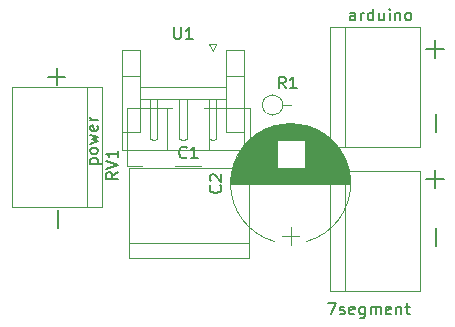
<source format=gto>
G04 #@! TF.GenerationSoftware,KiCad,Pcbnew,(5.1.4)-1*
G04 #@! TF.CreationDate,2019-08-31T10:18:48-07:00*
G04 #@! TF.ProjectId,regulator_clock,72656775-6c61-4746-9f72-5f636c6f636b,rev?*
G04 #@! TF.SameCoordinates,Original*
G04 #@! TF.FileFunction,Legend,Top*
G04 #@! TF.FilePolarity,Positive*
%FSLAX46Y46*%
G04 Gerber Fmt 4.6, Leading zero omitted, Abs format (unit mm)*
G04 Created by KiCad (PCBNEW (5.1.4)-1) date 2019-08-31 10:18:48*
%MOMM*%
%LPD*%
G04 APERTURE LIST*
%ADD10C,0.150000*%
%ADD11C,0.120000*%
G04 APERTURE END LIST*
D10*
X121046857Y-90169904D02*
X121046857Y-88646095D01*
X120142095Y-84470857D02*
X121665904Y-84470857D01*
X120904000Y-85232761D02*
X120904000Y-83708952D01*
X121046857Y-80517904D02*
X121046857Y-78994095D01*
X121665904Y-73517142D02*
X120142095Y-73517142D01*
X120904000Y-72755238D02*
X120904000Y-74279047D01*
X89042857Y-88645904D02*
X89042857Y-87122095D01*
X88214285Y-75820571D02*
X89585714Y-75820571D01*
X88900000Y-76506285D02*
X88900000Y-75134857D01*
D11*
X101808000Y-73084000D02*
X102108000Y-73684000D01*
X102408000Y-73084000D02*
X101808000Y-73084000D01*
X102108000Y-73684000D02*
X102408000Y-73084000D01*
X96788000Y-77684000D02*
X97108000Y-77684000D01*
X96788000Y-81104000D02*
X96788000Y-77684000D01*
X97108000Y-81184000D02*
X96788000Y-81104000D01*
X97428000Y-81104000D02*
X97108000Y-81184000D01*
X97428000Y-77684000D02*
X97428000Y-81104000D01*
X97108000Y-77684000D02*
X97428000Y-77684000D01*
X99288000Y-77684000D02*
X99608000Y-77684000D01*
X99288000Y-81104000D02*
X99288000Y-77684000D01*
X99608000Y-81184000D02*
X99288000Y-81104000D01*
X99928000Y-81104000D02*
X99608000Y-81184000D01*
X99928000Y-77684000D02*
X99928000Y-81104000D01*
X99608000Y-77684000D02*
X99928000Y-77684000D01*
X101788000Y-77684000D02*
X102108000Y-77684000D01*
X101788000Y-81104000D02*
X101788000Y-77684000D01*
X102108000Y-81184000D02*
X101788000Y-81104000D01*
X102428000Y-81104000D02*
X102108000Y-81184000D01*
X102428000Y-77684000D02*
X102428000Y-81104000D01*
X102108000Y-77684000D02*
X102428000Y-77684000D01*
X103258000Y-76684000D02*
X95958000Y-76684000D01*
X103258000Y-77684000D02*
X95958000Y-77684000D01*
X95958000Y-75734000D02*
X94458000Y-75734000D01*
X95958000Y-80534000D02*
X95958000Y-75734000D01*
X94458000Y-80534000D02*
X95958000Y-80534000D01*
X103258000Y-75734000D02*
X104758000Y-75734000D01*
X103258000Y-80534000D02*
X103258000Y-75734000D01*
X104758000Y-80534000D02*
X103258000Y-80534000D01*
X95958000Y-73534000D02*
X95958000Y-75734000D01*
X94458000Y-73534000D02*
X95958000Y-73534000D01*
X94458000Y-82034000D02*
X94458000Y-73534000D01*
X104758000Y-82034000D02*
X94458000Y-82034000D01*
X104758000Y-73534000D02*
X104758000Y-82034000D01*
X103258000Y-73534000D02*
X104758000Y-73534000D01*
X103258000Y-75734000D02*
X103258000Y-73534000D01*
X105156000Y-89916000D02*
X94996000Y-89916000D01*
X105156000Y-91186000D02*
X105156000Y-83566000D01*
X105156000Y-83566000D02*
X94996000Y-83566000D01*
X94996000Y-83566000D02*
X94996000Y-91186000D01*
X94996000Y-91186000D02*
X105156000Y-91186000D01*
X107962000Y-89326000D02*
X109462000Y-89326000D01*
X108712000Y-90076000D02*
X108712000Y-88576000D01*
X108433000Y-79795000D02*
X108991000Y-79795000D01*
X108040000Y-79835000D02*
X109384000Y-79835000D01*
X107799000Y-79875000D02*
X109625000Y-79875000D01*
X107608000Y-79915000D02*
X109816000Y-79915000D01*
X107447000Y-79955000D02*
X109977000Y-79955000D01*
X107305000Y-79995000D02*
X110119000Y-79995000D01*
X107176000Y-80035000D02*
X110248000Y-80035000D01*
X107058000Y-80075000D02*
X110366000Y-80075000D01*
X106949000Y-80115000D02*
X110475000Y-80115000D01*
X106846000Y-80155000D02*
X110578000Y-80155000D01*
X106750000Y-80195000D02*
X110674000Y-80195000D01*
X106659000Y-80235000D02*
X110765000Y-80235000D01*
X106572000Y-80275000D02*
X110852000Y-80275000D01*
X106490000Y-80315000D02*
X110934000Y-80315000D01*
X106411000Y-80355000D02*
X111013000Y-80355000D01*
X106335000Y-80395000D02*
X111089000Y-80395000D01*
X106263000Y-80435000D02*
X111161000Y-80435000D01*
X106193000Y-80475000D02*
X111231000Y-80475000D01*
X106125000Y-80515000D02*
X111299000Y-80515000D01*
X106060000Y-80555000D02*
X111364000Y-80555000D01*
X105997000Y-80595000D02*
X111427000Y-80595000D01*
X105935000Y-80635000D02*
X111489000Y-80635000D01*
X105876000Y-80675000D02*
X111548000Y-80675000D01*
X105818000Y-80715000D02*
X111606000Y-80715000D01*
X105763000Y-80755000D02*
X111661000Y-80755000D01*
X105708000Y-80795000D02*
X111716000Y-80795000D01*
X105655000Y-80835000D02*
X111769000Y-80835000D01*
X105604000Y-80875000D02*
X111820000Y-80875000D01*
X105554000Y-80915000D02*
X111870000Y-80915000D01*
X105505000Y-80955000D02*
X111919000Y-80955000D01*
X105457000Y-80995000D02*
X111967000Y-80995000D01*
X105410000Y-81035000D02*
X112014000Y-81035000D01*
X105365000Y-81075000D02*
X112059000Y-81075000D01*
X105321000Y-81115000D02*
X112103000Y-81115000D01*
X105277000Y-81155000D02*
X112147000Y-81155000D01*
X105235000Y-81195000D02*
X112189000Y-81195000D01*
X109893000Y-81235000D02*
X112230000Y-81235000D01*
X105194000Y-81235000D02*
X107531000Y-81235000D01*
X109893000Y-81275000D02*
X112271000Y-81275000D01*
X105153000Y-81275000D02*
X107531000Y-81275000D01*
X109893000Y-81315000D02*
X112310000Y-81315000D01*
X105114000Y-81315000D02*
X107531000Y-81315000D01*
X109893000Y-81355000D02*
X112349000Y-81355000D01*
X105075000Y-81355000D02*
X107531000Y-81355000D01*
X109893000Y-81395000D02*
X112387000Y-81395000D01*
X105037000Y-81395000D02*
X107531000Y-81395000D01*
X109893000Y-81435000D02*
X112424000Y-81435000D01*
X105000000Y-81435000D02*
X107531000Y-81435000D01*
X109893000Y-81475000D02*
X112460000Y-81475000D01*
X104964000Y-81475000D02*
X107531000Y-81475000D01*
X109893000Y-81515000D02*
X112496000Y-81515000D01*
X104928000Y-81515000D02*
X107531000Y-81515000D01*
X109893000Y-81555000D02*
X112531000Y-81555000D01*
X104893000Y-81555000D02*
X107531000Y-81555000D01*
X109893000Y-81595000D02*
X112565000Y-81595000D01*
X104859000Y-81595000D02*
X107531000Y-81595000D01*
X109893000Y-81635000D02*
X112598000Y-81635000D01*
X104826000Y-81635000D02*
X107531000Y-81635000D01*
X109893000Y-81675000D02*
X112631000Y-81675000D01*
X104793000Y-81675000D02*
X107531000Y-81675000D01*
X109893000Y-81715000D02*
X112663000Y-81715000D01*
X104761000Y-81715000D02*
X107531000Y-81715000D01*
X109893000Y-81755000D02*
X112694000Y-81755000D01*
X104730000Y-81755000D02*
X107531000Y-81755000D01*
X109893000Y-81795000D02*
X112725000Y-81795000D01*
X104699000Y-81795000D02*
X107531000Y-81795000D01*
X109893000Y-81835000D02*
X112755000Y-81835000D01*
X104669000Y-81835000D02*
X107531000Y-81835000D01*
X109893000Y-81875000D02*
X112784000Y-81875000D01*
X104640000Y-81875000D02*
X107531000Y-81875000D01*
X109893000Y-81915000D02*
X112813000Y-81915000D01*
X104611000Y-81915000D02*
X107531000Y-81915000D01*
X109893000Y-81955000D02*
X112842000Y-81955000D01*
X104582000Y-81955000D02*
X107531000Y-81955000D01*
X109893000Y-81995000D02*
X112869000Y-81995000D01*
X104555000Y-81995000D02*
X107531000Y-81995000D01*
X109893000Y-82035000D02*
X112897000Y-82035000D01*
X104527000Y-82035000D02*
X107531000Y-82035000D01*
X109893000Y-82075000D02*
X112923000Y-82075000D01*
X104501000Y-82075000D02*
X107531000Y-82075000D01*
X109893000Y-82115000D02*
X112949000Y-82115000D01*
X104475000Y-82115000D02*
X107531000Y-82115000D01*
X109893000Y-82155000D02*
X112975000Y-82155000D01*
X104449000Y-82155000D02*
X107531000Y-82155000D01*
X109893000Y-82195000D02*
X113000000Y-82195000D01*
X104424000Y-82195000D02*
X107531000Y-82195000D01*
X109893000Y-82235000D02*
X113024000Y-82235000D01*
X104400000Y-82235000D02*
X107531000Y-82235000D01*
X109893000Y-82275000D02*
X113048000Y-82275000D01*
X104376000Y-82275000D02*
X107531000Y-82275000D01*
X109893000Y-82315000D02*
X113072000Y-82315000D01*
X104352000Y-82315000D02*
X107531000Y-82315000D01*
X109893000Y-82355000D02*
X113095000Y-82355000D01*
X104329000Y-82355000D02*
X107531000Y-82355000D01*
X109893000Y-82395000D02*
X113117000Y-82395000D01*
X104307000Y-82395000D02*
X107531000Y-82395000D01*
X109893000Y-82435000D02*
X113140000Y-82435000D01*
X104284000Y-82435000D02*
X107531000Y-82435000D01*
X109893000Y-82475000D02*
X113161000Y-82475000D01*
X104263000Y-82475000D02*
X107531000Y-82475000D01*
X109893000Y-82515000D02*
X113182000Y-82515000D01*
X104242000Y-82515000D02*
X107531000Y-82515000D01*
X109893000Y-82555000D02*
X113203000Y-82555000D01*
X104221000Y-82555000D02*
X107531000Y-82555000D01*
X109893000Y-82595000D02*
X113223000Y-82595000D01*
X104201000Y-82595000D02*
X107531000Y-82595000D01*
X109893000Y-82635000D02*
X113243000Y-82635000D01*
X104181000Y-82635000D02*
X107531000Y-82635000D01*
X109893000Y-82675000D02*
X113262000Y-82675000D01*
X104162000Y-82675000D02*
X107531000Y-82675000D01*
X109893000Y-82715000D02*
X113281000Y-82715000D01*
X104143000Y-82715000D02*
X107531000Y-82715000D01*
X109893000Y-82755000D02*
X113300000Y-82755000D01*
X104124000Y-82755000D02*
X107531000Y-82755000D01*
X109893000Y-82795000D02*
X113318000Y-82795000D01*
X104106000Y-82795000D02*
X107531000Y-82795000D01*
X109893000Y-82835000D02*
X113336000Y-82835000D01*
X104088000Y-82835000D02*
X107531000Y-82835000D01*
X109893000Y-82875000D02*
X113353000Y-82875000D01*
X104071000Y-82875000D02*
X107531000Y-82875000D01*
X109893000Y-82915000D02*
X113370000Y-82915000D01*
X104054000Y-82915000D02*
X107531000Y-82915000D01*
X109893000Y-82955000D02*
X113386000Y-82955000D01*
X104038000Y-82955000D02*
X107531000Y-82955000D01*
X109893000Y-82995000D02*
X113403000Y-82995000D01*
X104021000Y-82995000D02*
X107531000Y-82995000D01*
X109893000Y-83035000D02*
X113418000Y-83035000D01*
X104006000Y-83035000D02*
X107531000Y-83035000D01*
X109893000Y-83075000D02*
X113434000Y-83075000D01*
X103990000Y-83075000D02*
X107531000Y-83075000D01*
X109893000Y-83115000D02*
X113449000Y-83115000D01*
X103975000Y-83115000D02*
X107531000Y-83115000D01*
X109893000Y-83155000D02*
X113463000Y-83155000D01*
X103961000Y-83155000D02*
X107531000Y-83155000D01*
X109893000Y-83195000D02*
X113477000Y-83195000D01*
X103947000Y-83195000D02*
X107531000Y-83195000D01*
X109893000Y-83235000D02*
X113491000Y-83235000D01*
X103933000Y-83235000D02*
X107531000Y-83235000D01*
X109893000Y-83275000D02*
X113504000Y-83275000D01*
X103920000Y-83275000D02*
X107531000Y-83275000D01*
X109893000Y-83315000D02*
X113518000Y-83315000D01*
X103906000Y-83315000D02*
X107531000Y-83315000D01*
X109893000Y-83355000D02*
X113530000Y-83355000D01*
X103894000Y-83355000D02*
X107531000Y-83355000D01*
X109893000Y-83395000D02*
X113543000Y-83395000D01*
X103881000Y-83395000D02*
X107531000Y-83395000D01*
X109893000Y-83435000D02*
X113555000Y-83435000D01*
X103869000Y-83435000D02*
X107531000Y-83435000D01*
X109893000Y-83475000D02*
X113566000Y-83475000D01*
X103858000Y-83475000D02*
X107531000Y-83475000D01*
X109893000Y-83515000D02*
X113577000Y-83515000D01*
X103847000Y-83515000D02*
X107531000Y-83515000D01*
X109893000Y-83555000D02*
X113588000Y-83555000D01*
X103836000Y-83555000D02*
X107531000Y-83555000D01*
X103825000Y-83595000D02*
X113599000Y-83595000D01*
X103815000Y-83635000D02*
X113609000Y-83635000D01*
X103805000Y-83675000D02*
X113619000Y-83675000D01*
X103795000Y-83715000D02*
X113629000Y-83715000D01*
X103786000Y-83755000D02*
X113638000Y-83755000D01*
X103777000Y-83795000D02*
X113647000Y-83795000D01*
X103769000Y-83835000D02*
X113655000Y-83835000D01*
X103761000Y-83875000D02*
X113663000Y-83875000D01*
X103753000Y-83915000D02*
X113671000Y-83915000D01*
X103745000Y-83955000D02*
X113679000Y-83955000D01*
X103738000Y-83995000D02*
X113686000Y-83995000D01*
X103731000Y-84035000D02*
X113693000Y-84035000D01*
X103725000Y-84075000D02*
X113699000Y-84075000D01*
X103719000Y-84115000D02*
X113705000Y-84115000D01*
X103713000Y-84155000D02*
X113711000Y-84155000D01*
X103707000Y-84196000D02*
X113717000Y-84196000D01*
X103702000Y-84236000D02*
X113722000Y-84236000D01*
X103697000Y-84276000D02*
X113727000Y-84276000D01*
X103692000Y-84316000D02*
X113732000Y-84316000D01*
X103688000Y-84356000D02*
X113736000Y-84356000D01*
X103684000Y-84396000D02*
X113740000Y-84396000D01*
X103681000Y-84436000D02*
X113743000Y-84436000D01*
X103677000Y-84476000D02*
X113747000Y-84476000D01*
X103674000Y-84516000D02*
X113750000Y-84516000D01*
X103672000Y-84556000D02*
X113752000Y-84556000D01*
X103669000Y-84596000D02*
X113755000Y-84596000D01*
X103667000Y-84636000D02*
X113757000Y-84636000D01*
X103665000Y-84676000D02*
X113759000Y-84676000D01*
X103664000Y-84716000D02*
X113760000Y-84716000D01*
X103663000Y-84756000D02*
X113761000Y-84756000D01*
X103662000Y-84796000D02*
X113762000Y-84796000D01*
X103662000Y-84836000D02*
X113762000Y-84836000D01*
X103662000Y-84876000D02*
X113762000Y-84876000D01*
X110095264Y-79977563D02*
G75*
G03X107332000Y-79976643I-1383264J-4898437D01*
G01*
X110095264Y-79977563D02*
G75*
G02X110092000Y-89775357I-1383264J-4898437D01*
G01*
X107328736Y-79977563D02*
G75*
G03X107332000Y-89775357I1383264J-4898437D01*
G01*
X92710000Y-86868000D02*
X92710000Y-76708000D01*
X85090000Y-86868000D02*
X92710000Y-86868000D01*
X85090000Y-76708000D02*
X85090000Y-86868000D01*
X92710000Y-76708000D02*
X85090000Y-76708000D01*
X91440000Y-76708000D02*
X91440000Y-86868000D01*
X112014000Y-71628000D02*
X112014000Y-81788000D01*
X119634000Y-71628000D02*
X112014000Y-71628000D01*
X119634000Y-81788000D02*
X119634000Y-71628000D01*
X112014000Y-81788000D02*
X119634000Y-81788000D01*
X113284000Y-81788000D02*
X113284000Y-71628000D01*
X113284000Y-93980000D02*
X113284000Y-83820000D01*
X112014000Y-93980000D02*
X119634000Y-93980000D01*
X119634000Y-93980000D02*
X119634000Y-83820000D01*
X119634000Y-83820000D02*
X112014000Y-83820000D01*
X112014000Y-83820000D02*
X112014000Y-93980000D01*
X108048000Y-78232000D02*
X108728000Y-78232000D01*
X108048000Y-78232000D02*
G75*
G03X108048000Y-78232000I-860000J0D01*
G01*
X101401000Y-78452000D02*
X101846000Y-78452000D01*
X98226000Y-78452000D02*
X98671000Y-78452000D01*
X98901000Y-83373000D02*
X101171000Y-83373000D01*
X101846000Y-81989000D02*
X101846000Y-78452000D01*
X98226000Y-81989000D02*
X98226000Y-78452000D01*
X98901000Y-83373000D02*
X101171000Y-83373000D01*
X94825000Y-83373000D02*
X96171000Y-83373000D01*
X103901000Y-83373000D02*
X105246000Y-83373000D01*
X101401000Y-78452000D02*
X105246000Y-78452000D01*
X94825000Y-78452000D02*
X98671000Y-78452000D01*
X105246000Y-83373000D02*
X105246000Y-78452000D01*
X94825000Y-83373000D02*
X94825000Y-78452000D01*
D10*
X98846095Y-71636380D02*
X98846095Y-72445904D01*
X98893714Y-72541142D01*
X98941333Y-72588761D01*
X99036571Y-72636380D01*
X99227047Y-72636380D01*
X99322285Y-72588761D01*
X99369904Y-72541142D01*
X99417523Y-72445904D01*
X99417523Y-71636380D01*
X100417523Y-72636380D02*
X99846095Y-72636380D01*
X100131809Y-72636380D02*
X100131809Y-71636380D01*
X100036571Y-71779238D01*
X99941333Y-71874476D01*
X99846095Y-71922095D01*
X99909333Y-82653142D02*
X99861714Y-82700761D01*
X99718857Y-82748380D01*
X99623619Y-82748380D01*
X99480761Y-82700761D01*
X99385523Y-82605523D01*
X99337904Y-82510285D01*
X99290285Y-82319809D01*
X99290285Y-82176952D01*
X99337904Y-81986476D01*
X99385523Y-81891238D01*
X99480761Y-81796000D01*
X99623619Y-81748380D01*
X99718857Y-81748380D01*
X99861714Y-81796000D01*
X99909333Y-81843619D01*
X100861714Y-82748380D02*
X100290285Y-82748380D01*
X100576000Y-82748380D02*
X100576000Y-81748380D01*
X100480761Y-81891238D01*
X100385523Y-81986476D01*
X100290285Y-82034095D01*
X102759142Y-85042666D02*
X102806761Y-85090285D01*
X102854380Y-85233142D01*
X102854380Y-85328380D01*
X102806761Y-85471238D01*
X102711523Y-85566476D01*
X102616285Y-85614095D01*
X102425809Y-85661714D01*
X102282952Y-85661714D01*
X102092476Y-85614095D01*
X101997238Y-85566476D01*
X101902000Y-85471238D01*
X101854380Y-85328380D01*
X101854380Y-85233142D01*
X101902000Y-85090285D01*
X101949619Y-85042666D01*
X101949619Y-84661714D02*
X101902000Y-84614095D01*
X101854380Y-84518857D01*
X101854380Y-84280761D01*
X101902000Y-84185523D01*
X101949619Y-84137904D01*
X102044857Y-84090285D01*
X102140095Y-84090285D01*
X102282952Y-84137904D01*
X102854380Y-84709333D01*
X102854380Y-84090285D01*
X91733714Y-83208571D02*
X92733714Y-83208571D01*
X91781333Y-83208571D02*
X91733714Y-83113333D01*
X91733714Y-82922857D01*
X91781333Y-82827619D01*
X91828952Y-82780000D01*
X91924190Y-82732380D01*
X92209904Y-82732380D01*
X92305142Y-82780000D01*
X92352761Y-82827619D01*
X92400380Y-82922857D01*
X92400380Y-83113333D01*
X92352761Y-83208571D01*
X92400380Y-82160952D02*
X92352761Y-82256190D01*
X92305142Y-82303809D01*
X92209904Y-82351428D01*
X91924190Y-82351428D01*
X91828952Y-82303809D01*
X91781333Y-82256190D01*
X91733714Y-82160952D01*
X91733714Y-82018095D01*
X91781333Y-81922857D01*
X91828952Y-81875238D01*
X91924190Y-81827619D01*
X92209904Y-81827619D01*
X92305142Y-81875238D01*
X92352761Y-81922857D01*
X92400380Y-82018095D01*
X92400380Y-82160952D01*
X91733714Y-81494285D02*
X92400380Y-81303809D01*
X91924190Y-81113333D01*
X92400380Y-80922857D01*
X91733714Y-80732380D01*
X92352761Y-79970476D02*
X92400380Y-80065714D01*
X92400380Y-80256190D01*
X92352761Y-80351428D01*
X92257523Y-80399047D01*
X91876571Y-80399047D01*
X91781333Y-80351428D01*
X91733714Y-80256190D01*
X91733714Y-80065714D01*
X91781333Y-79970476D01*
X91876571Y-79922857D01*
X91971809Y-79922857D01*
X92067047Y-80399047D01*
X92400380Y-79494285D02*
X91733714Y-79494285D01*
X91924190Y-79494285D02*
X91828952Y-79446666D01*
X91781333Y-79399047D01*
X91733714Y-79303809D01*
X91733714Y-79208571D01*
X114189142Y-71064380D02*
X114189142Y-70540571D01*
X114141523Y-70445333D01*
X114046285Y-70397714D01*
X113855809Y-70397714D01*
X113760571Y-70445333D01*
X114189142Y-71016761D02*
X114093904Y-71064380D01*
X113855809Y-71064380D01*
X113760571Y-71016761D01*
X113712952Y-70921523D01*
X113712952Y-70826285D01*
X113760571Y-70731047D01*
X113855809Y-70683428D01*
X114093904Y-70683428D01*
X114189142Y-70635809D01*
X114665333Y-71064380D02*
X114665333Y-70397714D01*
X114665333Y-70588190D02*
X114712952Y-70492952D01*
X114760571Y-70445333D01*
X114855809Y-70397714D01*
X114951047Y-70397714D01*
X115712952Y-71064380D02*
X115712952Y-70064380D01*
X115712952Y-71016761D02*
X115617714Y-71064380D01*
X115427238Y-71064380D01*
X115332000Y-71016761D01*
X115284380Y-70969142D01*
X115236761Y-70873904D01*
X115236761Y-70588190D01*
X115284380Y-70492952D01*
X115332000Y-70445333D01*
X115427238Y-70397714D01*
X115617714Y-70397714D01*
X115712952Y-70445333D01*
X116617714Y-70397714D02*
X116617714Y-71064380D01*
X116189142Y-70397714D02*
X116189142Y-70921523D01*
X116236761Y-71016761D01*
X116332000Y-71064380D01*
X116474857Y-71064380D01*
X116570095Y-71016761D01*
X116617714Y-70969142D01*
X117093904Y-71064380D02*
X117093904Y-70397714D01*
X117093904Y-70064380D02*
X117046285Y-70112000D01*
X117093904Y-70159619D01*
X117141523Y-70112000D01*
X117093904Y-70064380D01*
X117093904Y-70159619D01*
X117570095Y-70397714D02*
X117570095Y-71064380D01*
X117570095Y-70492952D02*
X117617714Y-70445333D01*
X117712952Y-70397714D01*
X117855809Y-70397714D01*
X117951047Y-70445333D01*
X117998666Y-70540571D01*
X117998666Y-71064380D01*
X118617714Y-71064380D02*
X118522476Y-71016761D01*
X118474857Y-70969142D01*
X118427238Y-70873904D01*
X118427238Y-70588190D01*
X118474857Y-70492952D01*
X118522476Y-70445333D01*
X118617714Y-70397714D01*
X118760571Y-70397714D01*
X118855809Y-70445333D01*
X118903428Y-70492952D01*
X118951047Y-70588190D01*
X118951047Y-70873904D01*
X118903428Y-70969142D01*
X118855809Y-71016761D01*
X118760571Y-71064380D01*
X118617714Y-71064380D01*
X111863619Y-94956380D02*
X112530285Y-94956380D01*
X112101714Y-95956380D01*
X112863619Y-95908761D02*
X112958857Y-95956380D01*
X113149333Y-95956380D01*
X113244571Y-95908761D01*
X113292190Y-95813523D01*
X113292190Y-95765904D01*
X113244571Y-95670666D01*
X113149333Y-95623047D01*
X113006476Y-95623047D01*
X112911238Y-95575428D01*
X112863619Y-95480190D01*
X112863619Y-95432571D01*
X112911238Y-95337333D01*
X113006476Y-95289714D01*
X113149333Y-95289714D01*
X113244571Y-95337333D01*
X114101714Y-95908761D02*
X114006476Y-95956380D01*
X113816000Y-95956380D01*
X113720761Y-95908761D01*
X113673142Y-95813523D01*
X113673142Y-95432571D01*
X113720761Y-95337333D01*
X113816000Y-95289714D01*
X114006476Y-95289714D01*
X114101714Y-95337333D01*
X114149333Y-95432571D01*
X114149333Y-95527809D01*
X113673142Y-95623047D01*
X115006476Y-95289714D02*
X115006476Y-96099238D01*
X114958857Y-96194476D01*
X114911238Y-96242095D01*
X114816000Y-96289714D01*
X114673142Y-96289714D01*
X114577904Y-96242095D01*
X115006476Y-95908761D02*
X114911238Y-95956380D01*
X114720761Y-95956380D01*
X114625523Y-95908761D01*
X114577904Y-95861142D01*
X114530285Y-95765904D01*
X114530285Y-95480190D01*
X114577904Y-95384952D01*
X114625523Y-95337333D01*
X114720761Y-95289714D01*
X114911238Y-95289714D01*
X115006476Y-95337333D01*
X115482666Y-95956380D02*
X115482666Y-95289714D01*
X115482666Y-95384952D02*
X115530285Y-95337333D01*
X115625523Y-95289714D01*
X115768380Y-95289714D01*
X115863619Y-95337333D01*
X115911238Y-95432571D01*
X115911238Y-95956380D01*
X115911238Y-95432571D02*
X115958857Y-95337333D01*
X116054095Y-95289714D01*
X116196952Y-95289714D01*
X116292190Y-95337333D01*
X116339809Y-95432571D01*
X116339809Y-95956380D01*
X117196952Y-95908761D02*
X117101714Y-95956380D01*
X116911238Y-95956380D01*
X116816000Y-95908761D01*
X116768380Y-95813523D01*
X116768380Y-95432571D01*
X116816000Y-95337333D01*
X116911238Y-95289714D01*
X117101714Y-95289714D01*
X117196952Y-95337333D01*
X117244571Y-95432571D01*
X117244571Y-95527809D01*
X116768380Y-95623047D01*
X117673142Y-95289714D02*
X117673142Y-95956380D01*
X117673142Y-95384952D02*
X117720761Y-95337333D01*
X117816000Y-95289714D01*
X117958857Y-95289714D01*
X118054095Y-95337333D01*
X118101714Y-95432571D01*
X118101714Y-95956380D01*
X118435047Y-95289714D02*
X118816000Y-95289714D01*
X118577904Y-94956380D02*
X118577904Y-95813523D01*
X118625523Y-95908761D01*
X118720761Y-95956380D01*
X118816000Y-95956380D01*
X108291333Y-76824380D02*
X107958000Y-76348190D01*
X107719904Y-76824380D02*
X107719904Y-75824380D01*
X108100857Y-75824380D01*
X108196095Y-75872000D01*
X108243714Y-75919619D01*
X108291333Y-76014857D01*
X108291333Y-76157714D01*
X108243714Y-76252952D01*
X108196095Y-76300571D01*
X108100857Y-76348190D01*
X107719904Y-76348190D01*
X109243714Y-76824380D02*
X108672285Y-76824380D01*
X108958000Y-76824380D02*
X108958000Y-75824380D01*
X108862761Y-75967238D01*
X108767523Y-76062476D01*
X108672285Y-76110095D01*
X94088380Y-83907238D02*
X93612190Y-84240571D01*
X94088380Y-84478666D02*
X93088380Y-84478666D01*
X93088380Y-84097714D01*
X93136000Y-84002476D01*
X93183619Y-83954857D01*
X93278857Y-83907238D01*
X93421714Y-83907238D01*
X93516952Y-83954857D01*
X93564571Y-84002476D01*
X93612190Y-84097714D01*
X93612190Y-84478666D01*
X93088380Y-83621523D02*
X94088380Y-83288190D01*
X93088380Y-82954857D01*
X94088380Y-82097714D02*
X94088380Y-82669142D01*
X94088380Y-82383428D02*
X93088380Y-82383428D01*
X93231238Y-82478666D01*
X93326476Y-82573904D01*
X93374095Y-82669142D01*
M02*

</source>
